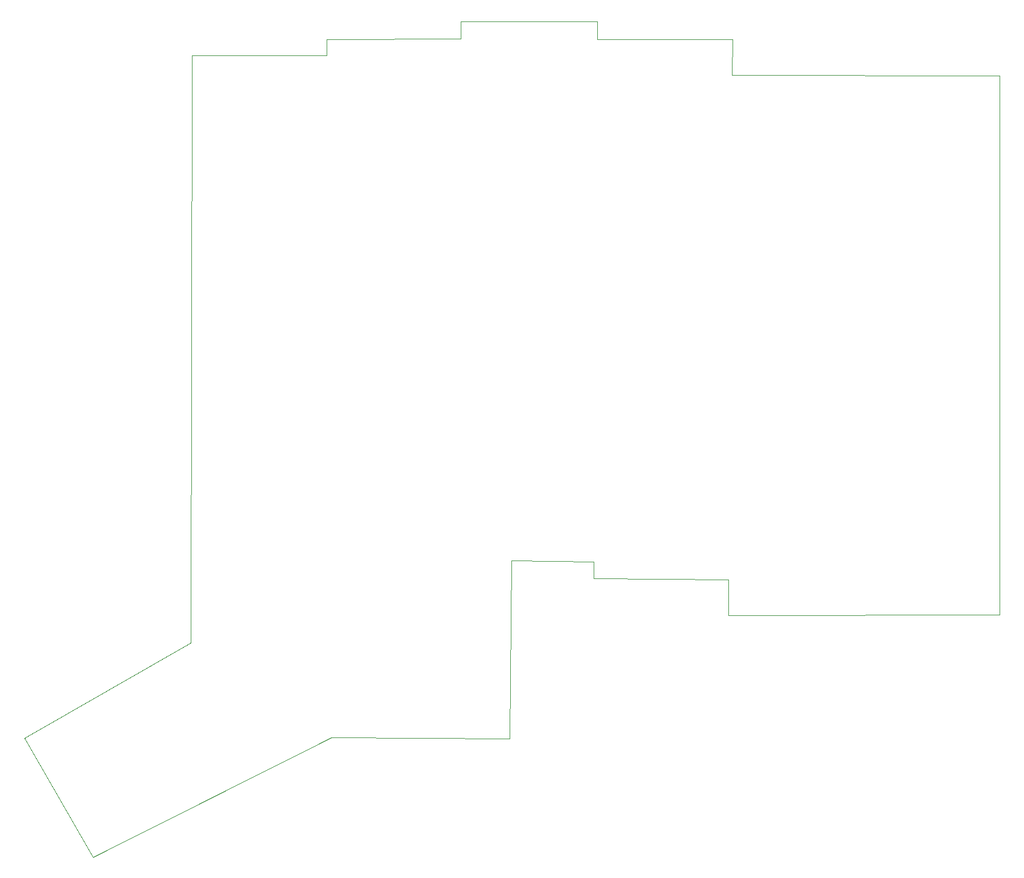
<source format=gm1>
G04 #@! TF.GenerationSoftware,KiCad,Pcbnew,(5.1.4)-1*
G04 #@! TF.CreationDate,2021-09-07T00:36:14+08:00*
G04 #@! TF.ProjectId,Split Keeb,53706c69-7420-44b6-9565-622e6b696361,rev?*
G04 #@! TF.SameCoordinates,Original*
G04 #@! TF.FileFunction,Profile,NP*
%FSLAX46Y46*%
G04 Gerber Fmt 4.6, Leading zero omitted, Abs format (unit mm)*
G04 Created by KiCad (PCBNEW (5.1.4)-1) date 2021-09-07 00:36:14*
%MOMM*%
%LPD*%
G04 APERTURE LIST*
%ADD10C,0.050000*%
G04 APERTURE END LIST*
D10*
X105054400Y-135483600D02*
X105283000Y-52070000D01*
X81483200Y-149098000D02*
X105054400Y-135483600D01*
X91236800Y-165963600D02*
X81483200Y-149098000D01*
X125095000Y-148996400D02*
X91236800Y-165963600D01*
X150418800Y-149148800D02*
X125095000Y-148996400D01*
X150622000Y-123850400D02*
X150418800Y-149148800D01*
X162331400Y-123977400D02*
X150622000Y-123850400D01*
X162331400Y-126365000D02*
X162331400Y-123977400D01*
X181457600Y-126517400D02*
X162331400Y-126365000D01*
X181432200Y-131622800D02*
X181457600Y-126517400D01*
X220014800Y-131546600D02*
X181432200Y-131622800D01*
X219989400Y-54889400D02*
X220014800Y-131546600D01*
X181965600Y-54864000D02*
X219989400Y-54889400D01*
X182016400Y-49733200D02*
X181965600Y-54864000D01*
X162839400Y-49758600D02*
X182016400Y-49733200D01*
X162814000Y-47167800D02*
X162839400Y-49758600D01*
X143433800Y-47218600D02*
X162814000Y-47167800D01*
X143408400Y-49657000D02*
X143433800Y-47218600D01*
X124383800Y-49733200D02*
X143408400Y-49657000D01*
X124383800Y-52070000D02*
X124383800Y-49733200D01*
X105283000Y-52070000D02*
X124383800Y-52070000D01*
M02*

</source>
